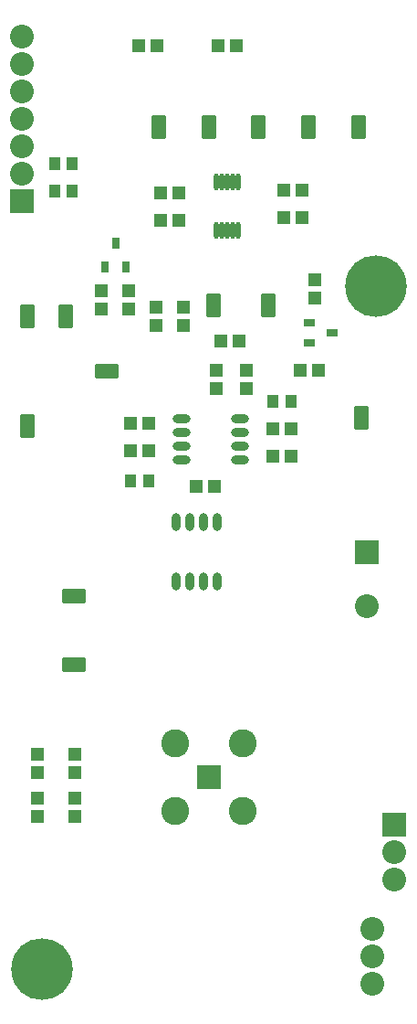
<source format=gts>
G04*
G04 #@! TF.GenerationSoftware,Altium Limited,Altium Designer,19.1.8 (144)*
G04*
G04 Layer_Color=8388736*
%FSLAX25Y25*%
%MOIN*%
G70*
G01*
G75*
%ADD19R,0.03162X0.04147*%
%ADD20R,0.04147X0.03162*%
%ADD21O,0.03162X0.06509*%
%ADD22O,0.01981X0.06115*%
%ADD23O,0.06509X0.03162*%
G04:AMPARAMS|DCode=24|XSize=86.74mil|YSize=55.24mil|CornerRadius=6.36mil|HoleSize=0mil|Usage=FLASHONLY|Rotation=90.000|XOffset=0mil|YOffset=0mil|HoleType=Round|Shape=RoundedRectangle|*
%AMROUNDEDRECTD24*
21,1,0.08674,0.04252,0,0,90.0*
21,1,0.07402,0.05524,0,0,90.0*
1,1,0.01272,0.02126,0.03701*
1,1,0.01272,0.02126,-0.03701*
1,1,0.01272,-0.02126,-0.03701*
1,1,0.01272,-0.02126,0.03701*
%
%ADD24ROUNDEDRECTD24*%
G04:AMPARAMS|DCode=25|XSize=86.74mil|YSize=55.24mil|CornerRadius=6.36mil|HoleSize=0mil|Usage=FLASHONLY|Rotation=0.000|XOffset=0mil|YOffset=0mil|HoleType=Round|Shape=RoundedRectangle|*
%AMROUNDEDRECTD25*
21,1,0.08674,0.04252,0,0,0.0*
21,1,0.07402,0.05524,0,0,0.0*
1,1,0.01272,0.03701,-0.02126*
1,1,0.01272,-0.03701,-0.02126*
1,1,0.01272,-0.03701,0.02126*
1,1,0.01272,0.03701,0.02126*
%
%ADD25ROUNDEDRECTD25*%
%ADD26R,0.04540X0.04540*%
%ADD27R,0.04540X0.04540*%
%ADD28R,0.03989X0.04816*%
%ADD29R,0.08674X0.08674*%
%ADD30C,0.08674*%
%ADD31R,0.08674X0.08674*%
%ADD32C,0.10249*%
%ADD33C,0.22453*%
D19*
X135504Y376012D02*
D03*
X142984D02*
D03*
X139244Y384476D02*
D03*
D20*
X209970Y355646D02*
D03*
Y348165D02*
D03*
X218435Y351905D02*
D03*
D21*
X161500Y261272D02*
D03*
X166500D02*
D03*
X171500D02*
D03*
X176500D02*
D03*
X161500Y282728D02*
D03*
X166500D02*
D03*
X171500D02*
D03*
X176500D02*
D03*
D22*
X183937Y406760D02*
D03*
X181968D02*
D03*
X180000D02*
D03*
X178032D02*
D03*
X176063D02*
D03*
X183937Y389240D02*
D03*
X181968D02*
D03*
X180000D02*
D03*
X178032D02*
D03*
X176063D02*
D03*
D23*
X163272Y320500D02*
D03*
Y315500D02*
D03*
Y310500D02*
D03*
Y305500D02*
D03*
X184728Y320500D02*
D03*
Y315500D02*
D03*
Y310500D02*
D03*
Y305500D02*
D03*
D24*
X121000Y358000D02*
D03*
X107000D02*
D03*
X195000Y362000D02*
D03*
X155000Y427000D02*
D03*
X191500D02*
D03*
X173250D02*
D03*
X209750D02*
D03*
X175000Y362000D02*
D03*
X107000Y318000D02*
D03*
X229000Y321000D02*
D03*
X228000Y427000D02*
D03*
D25*
X124000Y256000D02*
D03*
X136000Y338000D02*
D03*
X124000Y231000D02*
D03*
D26*
X147653Y456500D02*
D03*
X154347D02*
D03*
X168654Y296000D02*
D03*
X175347D02*
D03*
X183346Y456500D02*
D03*
X176654D02*
D03*
X213305Y338150D02*
D03*
X206612D02*
D03*
X207347Y404000D02*
D03*
X200654D02*
D03*
X155654Y403000D02*
D03*
X162346D02*
D03*
X207347Y394000D02*
D03*
X200654D02*
D03*
X155654Y393000D02*
D03*
X162346D02*
D03*
X203346Y307000D02*
D03*
X196653D02*
D03*
X203346Y317000D02*
D03*
X196653D02*
D03*
X144653Y309000D02*
D03*
X151347D02*
D03*
X144653Y319000D02*
D03*
X151347D02*
D03*
X184346Y349000D02*
D03*
X177654D02*
D03*
D27*
X110750Y175654D02*
D03*
Y182346D02*
D03*
X124500Y175654D02*
D03*
Y182346D02*
D03*
X187000Y331653D02*
D03*
Y338347D02*
D03*
X176000Y331653D02*
D03*
Y338347D02*
D03*
X110750Y198346D02*
D03*
Y191654D02*
D03*
X124500Y198346D02*
D03*
Y191654D02*
D03*
X144000Y360653D02*
D03*
Y367347D02*
D03*
X134000Y360653D02*
D03*
Y367347D02*
D03*
X212000Y371346D02*
D03*
Y364653D02*
D03*
X154000Y354654D02*
D03*
Y361347D02*
D03*
X164000Y354654D02*
D03*
Y361347D02*
D03*
D28*
X144752Y298000D02*
D03*
X151248D02*
D03*
X203248Y327000D02*
D03*
X196752D02*
D03*
X116949Y413386D02*
D03*
X123445D02*
D03*
X116949Y403386D02*
D03*
X123445D02*
D03*
D29*
X231000Y272000D02*
D03*
X241000Y172500D02*
D03*
X105000Y400000D02*
D03*
D30*
X231000Y252315D02*
D03*
X241000Y162500D02*
D03*
Y152500D02*
D03*
X105000Y450000D02*
D03*
Y430000D02*
D03*
Y440000D02*
D03*
Y420000D02*
D03*
Y410000D02*
D03*
Y460000D02*
D03*
X233000Y114500D02*
D03*
Y124500D02*
D03*
Y134500D02*
D03*
D31*
X173250Y190000D02*
D03*
D32*
X160927Y202323D02*
D03*
X185573D02*
D03*
Y177677D02*
D03*
X160927D02*
D03*
D33*
X234500Y369000D02*
D03*
X112500Y120000D02*
D03*
M02*

</source>
